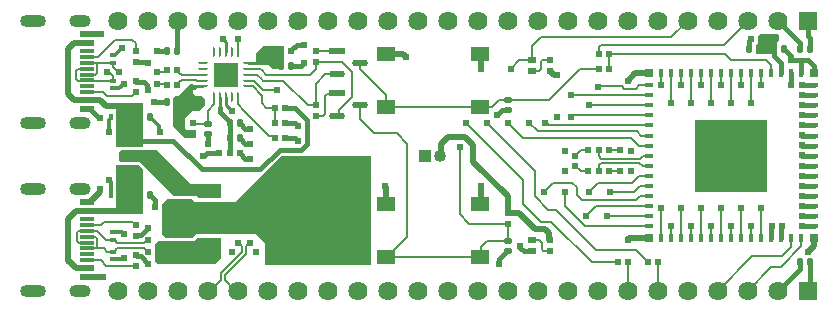
<source format=gtl>
G04*
G04 #@! TF.GenerationSoftware,Altium Limited,Altium Designer,24.5.1 (21)*
G04*
G04 Layer_Physical_Order=1*
G04 Layer_Color=255*
%FSLAX25Y25*%
%MOIN*%
G70*
G04*
G04 #@! TF.SameCoordinates,768C5CE1-1E73-4EAB-B0B2-AB3AEEDBA731*
G04*
G04*
G04 #@! TF.FilePolarity,Positive*
G04*
G01*
G75*
%ADD11C,0.00600*%
%ADD16R,0.02126X0.02362*%
%ADD17R,0.02362X0.02126*%
G04:AMPARAMS|DCode=18|XSize=23.62mil|YSize=21.26mil|CornerRadius=5.63mil|HoleSize=0mil|Usage=FLASHONLY|Rotation=270.000|XOffset=0mil|YOffset=0mil|HoleType=Round|Shape=RoundedRectangle|*
%AMROUNDEDRECTD18*
21,1,0.02362,0.00999,0,0,270.0*
21,1,0.01235,0.02126,0,0,270.0*
1,1,0.01127,-0.00500,-0.00618*
1,1,0.01127,-0.00500,0.00618*
1,1,0.01127,0.00500,0.00618*
1,1,0.01127,0.00500,-0.00618*
%
%ADD18ROUNDEDRECTD18*%
%ADD19R,0.04528X0.01181*%
%ADD20R,0.04528X0.02362*%
%ADD21R,0.01378X0.02362*%
%ADD22R,0.02362X0.01378*%
G04:AMPARAMS|DCode=23|XSize=23.62mil|YSize=21.26mil|CornerRadius=5.63mil|HoleSize=0mil|Usage=FLASHONLY|Rotation=180.000|XOffset=0mil|YOffset=0mil|HoleType=Round|Shape=RoundedRectangle|*
%AMROUNDEDRECTD23*
21,1,0.02362,0.00999,0,0,180.0*
21,1,0.01235,0.02126,0,0,180.0*
1,1,0.01127,-0.00618,0.00500*
1,1,0.01127,0.00618,0.00500*
1,1,0.01127,0.00618,-0.00500*
1,1,0.01127,-0.00618,-0.00500*
%
%ADD23ROUNDEDRECTD23*%
%ADD24R,0.03150X0.03150*%
%ADD25R,0.01575X0.03150*%
%ADD26R,0.03150X0.01575*%
%ADD27R,0.04724X0.04724*%
G04:AMPARAMS|DCode=28|XSize=53.43mil|YSize=22.53mil|CornerRadius=11.26mil|HoleSize=0mil|Usage=FLASHONLY|Rotation=0.000|XOffset=0mil|YOffset=0mil|HoleType=Round|Shape=RoundedRectangle|*
%AMROUNDEDRECTD28*
21,1,0.05343,0.00000,0,0,0.0*
21,1,0.03091,0.02253,0,0,0.0*
1,1,0.02253,0.01545,0.00000*
1,1,0.02253,-0.01545,0.00000*
1,1,0.02253,-0.01545,0.00000*
1,1,0.02253,0.01545,0.00000*
%
%ADD28ROUNDEDRECTD28*%
%ADD29R,0.05343X0.02253*%
%ADD30R,0.02756X0.02362*%
G04:AMPARAMS|DCode=31|XSize=9.55mil|YSize=33.06mil|CornerRadius=4.77mil|HoleSize=0mil|Usage=FLASHONLY|Rotation=270.000|XOffset=0mil|YOffset=0mil|HoleType=Round|Shape=RoundedRectangle|*
%AMROUNDEDRECTD31*
21,1,0.00955,0.02351,0,0,270.0*
21,1,0.00000,0.03306,0,0,270.0*
1,1,0.00955,-0.01176,0.00000*
1,1,0.00955,-0.01176,0.00000*
1,1,0.00955,0.01176,0.00000*
1,1,0.00955,0.01176,0.00000*
%
%ADD31ROUNDEDRECTD31*%
G04:AMPARAMS|DCode=32|XSize=33.06mil|YSize=9.55mil|CornerRadius=4.77mil|HoleSize=0mil|Usage=FLASHONLY|Rotation=270.000|XOffset=0mil|YOffset=0mil|HoleType=Round|Shape=RoundedRectangle|*
%AMROUNDEDRECTD32*
21,1,0.03306,0.00000,0,0,270.0*
21,1,0.02351,0.00955,0,0,270.0*
1,1,0.00955,0.00000,-0.01176*
1,1,0.00955,0.00000,0.01176*
1,1,0.00955,0.00000,0.01176*
1,1,0.00955,0.00000,-0.01176*
%
%ADD32ROUNDEDRECTD32*%
%ADD33R,0.00955X0.03306*%
%ADD34R,0.06102X0.05118*%
G04:AMPARAMS|DCode=35|XSize=35.43mil|YSize=68.9mil|CornerRadius=1.95mil|HoleSize=0mil|Usage=FLASHONLY|Rotation=90.000|XOffset=0mil|YOffset=0mil|HoleType=Round|Shape=RoundedRectangle|*
%AMROUNDEDRECTD35*
21,1,0.03543,0.06500,0,0,90.0*
21,1,0.03154,0.06890,0,0,90.0*
1,1,0.00390,0.03250,0.01577*
1,1,0.00390,0.03250,-0.01577*
1,1,0.00390,-0.03250,-0.01577*
1,1,0.00390,-0.03250,0.01577*
%
%ADD35ROUNDEDRECTD35*%
G04:AMPARAMS|DCode=36|XSize=125.98mil|YSize=68.9mil|CornerRadius=2.07mil|HoleSize=0mil|Usage=FLASHONLY|Rotation=90.000|XOffset=0mil|YOffset=0mil|HoleType=Round|Shape=RoundedRectangle|*
%AMROUNDEDRECTD36*
21,1,0.12598,0.06476,0,0,90.0*
21,1,0.12185,0.06890,0,0,90.0*
1,1,0.00413,0.03238,0.06093*
1,1,0.00413,0.03238,-0.06093*
1,1,0.00413,-0.03238,-0.06093*
1,1,0.00413,-0.03238,0.06093*
%
%ADD36ROUNDEDRECTD36*%
%ADD48R,0.08071X0.08071*%
G04:AMPARAMS|DCode=53|XSize=39.37mil|YSize=70.87mil|CornerRadius=19.68mil|HoleSize=0mil|Usage=FLASHONLY|Rotation=270.000|XOffset=0mil|YOffset=0mil|HoleType=Round|Shape=RoundedRectangle|*
%AMROUNDEDRECTD53*
21,1,0.03937,0.03150,0,0,270.0*
21,1,0.00000,0.07087,0,0,270.0*
1,1,0.03937,-0.01575,0.00000*
1,1,0.03937,-0.01575,0.00000*
1,1,0.03937,0.01575,0.00000*
1,1,0.03937,0.01575,0.00000*
%
%ADD53ROUNDEDRECTD53*%
G04:AMPARAMS|DCode=54|XSize=39.37mil|YSize=86.61mil|CornerRadius=19.68mil|HoleSize=0mil|Usage=FLASHONLY|Rotation=270.000|XOffset=0mil|YOffset=0mil|HoleType=Round|Shape=RoundedRectangle|*
%AMROUNDEDRECTD54*
21,1,0.03937,0.04724,0,0,270.0*
21,1,0.00000,0.08661,0,0,270.0*
1,1,0.03937,-0.02362,0.00000*
1,1,0.03937,-0.02362,0.00000*
1,1,0.03937,0.02362,0.00000*
1,1,0.03937,0.02362,0.00000*
%
%ADD54ROUNDEDRECTD54*%
%ADD58R,0.01575X0.01575*%
%ADD59C,0.01500*%
%ADD60C,0.02000*%
%ADD61C,0.01200*%
%ADD62C,0.01001*%
%ADD63C,0.00603*%
%ADD64R,0.04000X0.04000*%
%ADD65C,0.04000*%
%ADD66R,0.06400X0.06400*%
%ADD67C,0.06400*%
%ADD68R,0.04000X0.04000*%
%ADD69C,0.02400*%
G36*
X255500Y90000D02*
Y88500D01*
X254900Y87900D01*
Y84000D01*
X247600D01*
X247600Y86600D01*
X248500Y87500D01*
Y90000D01*
X249000Y90500D01*
X255000D01*
X255500Y90000D01*
D02*
G37*
G36*
X90400Y78800D02*
X86700D01*
X85000Y80500D01*
X81000D01*
Y84000D01*
X83500Y86500D01*
X90400D01*
Y78800D01*
D02*
G37*
G36*
X60000Y71000D02*
X61000Y70000D01*
X63000D01*
X64000Y69000D01*
Y67000D01*
X62000Y65000D01*
X60000D01*
X57400Y62400D01*
Y59000D01*
X58000Y58400D01*
X61200D01*
Y56000D01*
X57500D01*
X53500Y60000D01*
X53500Y68300D01*
X53500Y69200D01*
X54200Y69900D01*
X55100D01*
X59000Y73800D01*
X60000D01*
Y71000D01*
D02*
G37*
G36*
X43400Y53020D02*
X36000D01*
X35901Y53000D01*
X34500D01*
Y67500D01*
X43400D01*
Y53020D01*
D02*
G37*
G36*
X251500Y38000D02*
X227500D01*
Y62000D01*
X251500D01*
Y38000D01*
D02*
G37*
G36*
X59500Y40500D02*
X69500D01*
Y36000D01*
X62000D01*
X61400Y36600D01*
X53900D01*
X42500Y48000D01*
X36000D01*
X35300Y48700D01*
Y51300D01*
X36000Y52000D01*
X48000D01*
X59500Y40500D01*
D02*
G37*
G36*
X119500Y13500D02*
X84000D01*
Y21000D01*
X81000Y24000D01*
X61000D01*
X59600Y22600D01*
X50900D01*
X49700Y23800D01*
Y33700D01*
X51400Y35400D01*
X59700D01*
X60600Y34500D01*
X74000Y34500D01*
X83691Y44191D01*
X83762Y44238D01*
X89523Y50000D01*
X119500D01*
Y13500D01*
D02*
G37*
G36*
X36000Y46980D02*
X42020D01*
X43400Y45600D01*
Y30400D01*
X34500D01*
Y47000D01*
X35901D01*
X36000Y46980D01*
D02*
G37*
G36*
X69500Y16000D02*
X67500Y14000D01*
X48500D01*
X47500Y15000D01*
Y20500D01*
X48400Y21400D01*
X60400D01*
X61500Y22500D01*
X69500D01*
Y16000D01*
D02*
G37*
D11*
X237000Y87000D02*
X245000Y95000D01*
X196000Y87000D02*
X237000D01*
X195299Y86299D02*
X196000Y87000D01*
X176000Y28000D02*
X179500D01*
X193000Y14500D02*
X201799D01*
X179500Y28000D02*
X193000Y14500D01*
X181000Y32000D02*
X194500Y18500D01*
X207799D01*
X178500Y32000D02*
X181000D01*
X174000Y36500D02*
X178500Y32000D01*
X158000Y61000D02*
X174000Y45000D01*
Y36500D02*
Y45000D01*
X195299Y84000D02*
Y86299D01*
X177500Y61000D02*
X177825D01*
X178786Y60039D02*
X211945D01*
X177825Y61000D02*
X178786Y60039D01*
X90829Y77000D02*
X90829Y77000D01*
X84500Y77000D02*
X90829D01*
X83000Y78500D02*
X84500Y77000D01*
X99000Y77000D02*
X101000Y79000D01*
X90829Y77000D02*
X99000D01*
X176313Y18885D02*
X176899Y18299D01*
X179000D01*
X176313Y18885D02*
Y20986D01*
X173000Y21870D02*
X175429D01*
X176313Y20986D01*
X170000Y34000D02*
X176000Y28000D01*
X170000Y34000D02*
Y42000D01*
X78541Y75032D02*
X80468D01*
X83500Y72000D01*
X88000D01*
X83000Y75500D02*
X83500Y75000D01*
X90000D01*
X81523Y76977D02*
X83000Y75500D01*
X78565Y76977D02*
X81523D01*
X82531Y78969D02*
X83000Y78500D01*
X78541Y78969D02*
X82531D01*
X74937Y84541D02*
X74960Y84564D01*
Y88960D02*
X75000Y89000D01*
X74960Y84564D02*
Y88960D01*
X84000Y84000D02*
X84379D01*
X85379Y85000D02*
X89299D01*
X84379Y84000D02*
X85379Y85000D01*
X30213Y71102D02*
X31315Y70000D01*
X39701D02*
X40319Y70618D01*
X31315Y70000D02*
X39701D01*
X40319Y70736D02*
X40882Y71299D01*
X40319Y70618D02*
Y70736D01*
X40882Y71299D02*
X41000D01*
X24764Y71102D02*
X30213D01*
X39714Y88700D02*
X41000Y87414D01*
Y84701D02*
Y87414D01*
X28413Y82913D02*
X31000Y85500D01*
X34200Y88700D01*
X24764Y82913D02*
X28413D01*
X34200Y88700D02*
X39714D01*
X170000Y56000D02*
X206000D01*
X208653Y53347D02*
X211945D01*
X206000Y56000D02*
X208653Y53347D01*
X209307Y56693D02*
X211945D01*
X207961Y58039D02*
X209307Y56693D01*
X174961Y58039D02*
X207961D01*
X29382Y15118D02*
X31248Y13252D01*
X40953D01*
X24764Y15118D02*
X29382D01*
X31000Y28000D02*
X39701D01*
X29429Y26929D02*
X30500Y28000D01*
X31000D01*
X39701D02*
X40319Y27382D01*
X40882Y26701D02*
X41000D01*
X40319Y27264D02*
Y27382D01*
Y27264D02*
X40882Y26701D01*
X24764Y26929D02*
X29429D01*
X149000Y30500D02*
Y53000D01*
X152201Y27299D02*
X165000D01*
X149000Y30500D02*
X152201Y27299D01*
X165000Y21693D02*
Y27299D01*
X158193Y21693D02*
X165000D01*
X156000Y19500D02*
X158193Y21693D01*
X155650Y16142D02*
X156000Y16492D01*
Y19500D01*
X124843Y16142D02*
X155650D01*
X124350D02*
X124843D01*
X131500Y22799D02*
Y54000D01*
X124843Y16142D02*
X131500Y22799D01*
X128000Y57500D02*
X131500Y54000D01*
X120500Y57500D02*
X128000D01*
X115742Y62258D02*
X120500Y57500D01*
X115742Y62258D02*
Y67000D01*
X178693Y68693D02*
X189000Y79000D01*
X195299D01*
X165000Y68693D02*
X178693D01*
X155650Y66142D02*
X159642D01*
X162193Y68693D01*
X165000D01*
X124350Y66142D02*
X155650D01*
X124350D02*
Y70150D01*
X115742Y78758D02*
Y81000D01*
Y78758D02*
X124350Y70150D01*
X104671Y70671D02*
X108189D01*
X104000Y64000D02*
Y70000D01*
X108189Y70671D02*
X108258Y70740D01*
X104000Y70000D02*
X104671Y70671D01*
X103299Y63299D02*
X104000Y64000D01*
X101000Y63299D02*
X103299D01*
X101000Y74000D02*
X104260Y77260D01*
X108258D01*
X101000Y66701D02*
Y74000D01*
X98299Y66701D02*
X101000D01*
X90000Y75000D02*
X98299Y66701D01*
X78541Y77000D02*
X78565Y76977D01*
X83000Y67500D02*
Y70000D01*
X79937Y73063D02*
X83000Y70000D01*
X78541Y73063D02*
X79937D01*
X108258Y63260D02*
X108737Y63739D01*
Y65300D01*
X113000Y69563D01*
X109701Y81299D02*
X113000Y78000D01*
Y69563D02*
Y78000D01*
X101000Y81299D02*
X109701D01*
X101000Y79000D02*
Y81299D01*
Y84701D02*
X101020Y84720D01*
X108238D01*
X108258Y84740D01*
X252890Y77559D02*
Y80110D01*
X239500Y82000D02*
X251000D01*
X252890Y80110D01*
X198701Y84000D02*
X237500D01*
X239500Y82000D01*
X198701Y79000D02*
Y84000D01*
X176000Y89500D02*
X219500D01*
X173000Y86500D02*
X176000Y89500D01*
X219500D02*
X225000Y95000D01*
X165000Y61000D02*
X170000Y56000D01*
X60004Y60697D02*
X64996D01*
X60000Y60701D02*
X60004Y60697D01*
X64996D02*
X65000Y60693D01*
Y65000D01*
X67040Y67040D01*
Y69436D01*
X67063Y69459D01*
X85467Y56533D02*
X86766D01*
X74960Y67040D02*
X77000Y65000D01*
X85467Y56533D01*
X74960Y67040D02*
Y69436D01*
X86766Y56533D02*
X87299Y56000D01*
X74937Y69459D02*
X74960Y69436D01*
X83000Y67500D02*
X84500Y66000D01*
X87299D01*
Y61000D02*
Y66000D01*
X215100Y14400D02*
X215201Y14500D01*
X215100Y5100D02*
Y14400D01*
X215000Y5000D02*
X215100Y5100D01*
X205000Y5000D02*
X205100Y5100D01*
Y14400D02*
X205201Y14500D01*
X205100Y5100D02*
Y14400D01*
X151000Y61000D02*
X170000Y42000D01*
X211236Y15181D02*
X211799Y14618D01*
X211118Y15181D02*
X211236D01*
X207799Y18500D02*
X211118Y15181D01*
X211799Y14500D02*
Y14618D01*
X172000Y61000D02*
X174961Y58039D01*
X186000Y63000D02*
X186386Y63386D01*
X211945D01*
X192000Y67000D02*
X192268Y66732D01*
X211945D01*
X186079Y70079D02*
X211945D01*
X186000Y70000D02*
X186079Y70079D01*
X195091Y73091D02*
X203091D01*
X195000Y73000D02*
X195091Y73091D01*
X203091D02*
X203882Y72300D01*
X207622D01*
X208748Y73425D02*
X211945D01*
X207622Y72300D02*
X208748Y73425D01*
X173000Y81870D02*
Y86500D01*
X176000Y78716D02*
Y81115D01*
X176586Y81701D02*
X179000D01*
X173000Y78130D02*
X175414D01*
X176000Y78716D01*
Y81115D02*
X176586Y81701D01*
X168870Y81870D02*
X173000D01*
X166000Y79000D02*
X168870Y81870D01*
X206500Y41000D02*
X208807Y43307D01*
X195000Y41000D02*
X206500D01*
X192000Y38000D02*
X195000Y41000D01*
X208807Y43307D02*
X211945D01*
X208961Y39961D02*
X211945D01*
X199000Y38000D02*
X207000D01*
X208961Y39961D01*
X177000Y38000D02*
X180000Y41000D01*
X186500D01*
X188000Y39500D01*
Y37000D02*
Y39500D01*
X189732Y35268D02*
X207768D01*
X188000Y37000D02*
X189732Y35268D01*
X209114Y36614D02*
X211945D01*
X207768Y35268D02*
X209114Y36614D01*
X184000Y33182D02*
Y38000D01*
Y33182D02*
X190607Y26575D01*
X211945D01*
X194268Y33268D02*
X211945D01*
X191000Y30000D02*
X194268Y33268D01*
X198000Y30000D02*
X198079Y29921D01*
X211945D01*
X235000Y5000D02*
X246500Y16500D01*
X256500D01*
X259583Y19583D02*
Y22441D01*
X256500Y16500D02*
X259583Y19583D01*
X245000Y5000D02*
X252846Y12846D01*
X256028D01*
X262929Y19748D01*
Y22441D01*
X246197Y67504D02*
Y77559D01*
X216079Y73543D02*
Y77559D01*
Y22441D02*
Y32496D01*
X246197Y22441D02*
Y26457D01*
X249543Y22441D02*
Y32496D01*
X239504Y22441D02*
Y26457D01*
X242850Y22441D02*
Y32496D01*
X232811Y22441D02*
Y26457D01*
X236157Y22441D02*
Y32496D01*
X226118Y22441D02*
Y26457D01*
X229465Y22441D02*
Y32496D01*
X219425Y22441D02*
Y26457D01*
X222772Y22441D02*
Y32496D01*
Y73543D02*
Y77559D01*
X219425Y67504D02*
Y77559D01*
X229465Y73543D02*
Y77559D01*
X226118Y67504D02*
Y77559D01*
X236157Y73543D02*
Y77559D01*
X232811Y67504D02*
Y77559D01*
X239500Y67500D02*
X239504Y67504D01*
Y77559D01*
X242850Y73543D02*
Y77559D01*
X249543Y73543D02*
Y77559D01*
X249500Y73500D02*
X249543Y73543D01*
D16*
X191898Y51800D02*
D03*
X195299D02*
D03*
X198701D02*
D03*
X195299D02*
D03*
Y44800D02*
D03*
X191898D02*
D03*
X198701D02*
D03*
X195299D02*
D03*
X72299Y51000D02*
D03*
X68898D02*
D03*
X72299D02*
D03*
X75701D02*
D03*
X51299Y78500D02*
D03*
X54701D02*
D03*
X51299Y73500D02*
D03*
X54701D02*
D03*
X198701Y84000D02*
D03*
X195299D02*
D03*
X211799Y14500D02*
D03*
X215201D02*
D03*
X201799D02*
D03*
X205201D02*
D03*
X90701Y66000D02*
D03*
X87299D02*
D03*
X90701Y56000D02*
D03*
X87299D02*
D03*
X89299Y85000D02*
D03*
X92701D02*
D03*
X90701Y61000D02*
D03*
X87299D02*
D03*
X198701Y79000D02*
D03*
X195299D02*
D03*
D17*
X179000Y18299D02*
D03*
Y21701D02*
D03*
X101000Y84701D02*
D03*
Y81299D02*
D03*
X165000Y30701D02*
D03*
Y27299D02*
D03*
X101000Y63299D02*
D03*
Y66701D02*
D03*
X41000Y13299D02*
D03*
Y16701D02*
D03*
Y26701D02*
D03*
Y23299D02*
D03*
Y84701D02*
D03*
Y81299D02*
D03*
Y71299D02*
D03*
Y74701D02*
D03*
X60000Y60701D02*
D03*
Y57299D02*
D03*
X179000Y78299D02*
D03*
Y81701D02*
D03*
D18*
X75693Y61000D02*
D03*
X72307D02*
D03*
Y56000D02*
D03*
X75693D02*
D03*
X51307Y85000D02*
D03*
X54693D02*
D03*
X42307Y63000D02*
D03*
X45693D02*
D03*
X262307Y14500D02*
D03*
X265693D02*
D03*
X262307Y85500D02*
D03*
X265693D02*
D03*
X92693Y80000D02*
D03*
X89307D02*
D03*
X51307Y68000D02*
D03*
X54693D02*
D03*
X45693Y37000D02*
D03*
X42307D02*
D03*
X245307Y85500D02*
D03*
X248693D02*
D03*
X253807D02*
D03*
X257193D02*
D03*
D19*
X24764Y84882D02*
D03*
Y82913D02*
D03*
Y80945D02*
D03*
Y78976D02*
D03*
Y77008D02*
D03*
Y75039D02*
D03*
Y73071D02*
D03*
Y71102D02*
D03*
Y15118D02*
D03*
Y17087D02*
D03*
Y19055D02*
D03*
Y21024D02*
D03*
Y22992D02*
D03*
Y24961D02*
D03*
Y26929D02*
D03*
Y28898D02*
D03*
D20*
Y68543D02*
D03*
Y87441D02*
D03*
Y90591D02*
D03*
Y65394D02*
D03*
Y9409D02*
D03*
Y34606D02*
D03*
Y31457D02*
D03*
Y12559D02*
D03*
D21*
X35280Y63000D02*
D03*
X32721D02*
D03*
Y37000D02*
D03*
X35280D02*
D03*
D22*
X33500Y81000D02*
D03*
Y83559D02*
D03*
Y75000D02*
D03*
Y72441D02*
D03*
Y24559D02*
D03*
Y22000D02*
D03*
Y15441D02*
D03*
Y18000D02*
D03*
D23*
X65000Y60693D02*
D03*
Y57307D02*
D03*
X58000Y37693D02*
D03*
Y34307D02*
D03*
Y23693D02*
D03*
Y20307D02*
D03*
X53000D02*
D03*
Y23693D02*
D03*
X165000Y18307D02*
D03*
Y21693D02*
D03*
Y68693D02*
D03*
Y65307D02*
D03*
D24*
X267063Y77559D02*
D03*
X211945D02*
D03*
X267063Y22441D02*
D03*
X211945D02*
D03*
D25*
X262929Y77559D02*
D03*
X259583D02*
D03*
X256236D02*
D03*
X252890D02*
D03*
X249543D02*
D03*
X246197D02*
D03*
X242850D02*
D03*
X239504D02*
D03*
X236157D02*
D03*
X232811D02*
D03*
X229465D02*
D03*
X226118D02*
D03*
X222772D02*
D03*
X219425D02*
D03*
X216079D02*
D03*
Y22441D02*
D03*
X219425D02*
D03*
X222772D02*
D03*
X226118D02*
D03*
X229465D02*
D03*
X232811D02*
D03*
X236157D02*
D03*
X239504D02*
D03*
X242850D02*
D03*
X246197D02*
D03*
X249543D02*
D03*
X252890D02*
D03*
X256236D02*
D03*
X259583D02*
D03*
X262929D02*
D03*
D26*
X211945Y73425D02*
D03*
Y70079D02*
D03*
Y66732D02*
D03*
Y63386D02*
D03*
Y60039D02*
D03*
Y56693D02*
D03*
Y53347D02*
D03*
Y50000D02*
D03*
Y46654D02*
D03*
Y43307D02*
D03*
Y39961D02*
D03*
Y36614D02*
D03*
Y33268D02*
D03*
Y29921D02*
D03*
Y26575D02*
D03*
X267063D02*
D03*
Y29921D02*
D03*
Y33268D02*
D03*
Y36614D02*
D03*
Y39961D02*
D03*
Y43307D02*
D03*
Y46654D02*
D03*
Y50000D02*
D03*
Y53347D02*
D03*
Y56693D02*
D03*
Y60039D02*
D03*
Y63386D02*
D03*
Y66732D02*
D03*
Y70079D02*
D03*
Y73425D02*
D03*
D27*
X239504Y50000D02*
D03*
X246000D02*
D03*
Y43504D02*
D03*
X239504D02*
D03*
X233008D02*
D03*
Y50000D02*
D03*
Y56496D02*
D03*
X239504D02*
D03*
D28*
X115742Y67000D02*
D03*
X108258Y63260D02*
D03*
X115742Y81000D02*
D03*
X108258Y77260D02*
D03*
D29*
Y70740D02*
D03*
Y84740D02*
D03*
D30*
X173000Y78130D02*
D03*
Y81870D02*
D03*
Y18130D02*
D03*
Y21870D02*
D03*
D31*
X78541Y80937D02*
D03*
Y78969D02*
D03*
Y77000D02*
D03*
Y75032D02*
D03*
Y73063D02*
D03*
X63459D02*
D03*
Y75032D02*
D03*
Y77000D02*
D03*
Y78969D02*
D03*
Y80937D02*
D03*
D32*
X74937Y69459D02*
D03*
X72969D02*
D03*
X71000D02*
D03*
X69032D02*
D03*
X67063D02*
D03*
Y84541D02*
D03*
X69032D02*
D03*
X71000D02*
D03*
X72969D02*
D03*
D33*
X74937D02*
D03*
D34*
X124350Y83858D02*
D03*
X155650D02*
D03*
X124350Y66142D02*
D03*
X155650D02*
D03*
X124350Y33858D02*
D03*
X155650D02*
D03*
X124350Y16142D02*
D03*
X155650D02*
D03*
D35*
X65697Y38055D02*
D03*
Y29000D02*
D03*
Y19945D02*
D03*
D36*
X90303Y29000D02*
D03*
D48*
X71000Y77000D02*
D03*
D53*
X22500Y60984D02*
D03*
Y95000D02*
D03*
Y39016D02*
D03*
Y5000D02*
D03*
D54*
X6752Y60984D02*
D03*
Y95000D02*
D03*
Y39016D02*
D03*
Y5000D02*
D03*
D58*
X246000Y56496D02*
D03*
D59*
X82500Y45500D02*
X89000Y52000D01*
X96172D01*
X63000Y45500D02*
X82500D01*
X96172Y52000D02*
X98000Y53828D01*
Y62000D01*
X53500Y55000D02*
X63000Y45500D01*
X37500Y55000D02*
X53500D01*
X56000Y64000D02*
X59000Y67000D01*
X60000Y68000D01*
X62500D01*
X54693Y68118D02*
X59575Y73000D01*
X60500D01*
X248693Y85500D02*
Y85618D01*
X249006Y85931D01*
X249121D01*
X250000Y86810D02*
Y89000D01*
X249121Y85931D02*
X250000Y86810D01*
X253807Y83193D02*
X256236Y80764D01*
X253807Y83193D02*
Y88807D01*
X256236Y77559D02*
Y80764D01*
X54693Y65307D02*
X56000Y64000D01*
X54693Y65307D02*
Y68000D01*
X56000Y59000D02*
Y64000D01*
X63500Y50000D02*
X63744D01*
X64744Y51000D02*
X68898D01*
X63744Y50000D02*
X64744Y51000D01*
X94000Y66000D02*
X98000Y62000D01*
X90701Y66000D02*
X94000D01*
X25846Y65394D02*
X28740Y62500D01*
X29000D01*
X24764Y65394D02*
X25846D01*
X41063Y74637D02*
X43863D01*
X44828Y72190D02*
Y73672D01*
X43863Y74637D02*
X44828Y73672D01*
X41000Y74701D02*
X41063Y74637D01*
X44828Y72190D02*
X45000Y72018D01*
X41000Y81299D02*
X44701D01*
X45000Y81000D01*
X42630Y16388D02*
X45000Y14018D01*
X41118Y16701D02*
X41431Y16388D01*
X41000Y16701D02*
X41118D01*
X41431Y16388D02*
X42630D01*
X41000Y23299D02*
X41313Y23612D01*
X42630D02*
X45000Y25982D01*
X41313Y23612D02*
X42630D01*
X45000Y25982D02*
Y26000D01*
X45693Y36882D02*
X47500Y35075D01*
X45693Y36882D02*
Y37000D01*
X47500Y33000D02*
Y35075D01*
X53000Y16000D02*
Y20307D01*
X58000D01*
X58307Y20000D02*
X65642D01*
X58000Y20307D02*
X58307Y20000D01*
X65642D02*
X65697Y19945D01*
X86647Y80000D02*
X89307D01*
X85710Y80937D02*
X86647Y80000D01*
X89303Y80122D02*
Y84996D01*
X89299Y85000D02*
X89303Y84996D01*
X57637Y57363D02*
X59937D01*
X60000Y57299D01*
X56000Y59000D02*
X57637Y57363D01*
X54693Y94693D02*
X55000Y95000D01*
X54693Y85000D02*
Y94693D01*
X48000Y85000D02*
X51307D01*
X47000Y68000D02*
X51307D01*
X72303Y55996D02*
X72307Y56000D01*
X72303Y51004D02*
Y55996D01*
X72299Y51000D02*
X72303Y51004D01*
X72307Y56000D02*
Y61000D01*
X69000Y64425D02*
Y66000D01*
X72307Y61000D02*
Y61118D01*
X69000Y64425D02*
X72307Y61118D01*
X65000Y54000D02*
Y57307D01*
X75701Y50882D02*
X77583Y49000D01*
X79000D01*
X75701Y50882D02*
Y51000D01*
X75693Y55882D02*
Y56000D01*
Y55882D02*
X77575Y54000D01*
X79000D01*
X75693Y60882D02*
X77575Y59000D01*
X79000D01*
X75693Y60882D02*
Y61000D01*
X90701Y56000D02*
X94000D01*
X95000Y55000D01*
X90701Y61000D02*
X94000D01*
X95000Y60000D01*
X93014Y85431D02*
X93132D01*
X94701Y87000D01*
X92701Y85000D02*
Y85118D01*
X93014Y85431D01*
X94701Y87000D02*
X97000D01*
X96000Y80000D02*
X97000Y81000D01*
X92693Y80000D02*
X96000D01*
X161500Y63500D02*
X163105Y65105D01*
X164798D01*
X165000Y65307D01*
X162000Y15425D02*
X164882Y18307D01*
X162000Y14000D02*
Y15425D01*
X164882Y18307D02*
X165000D01*
X172930Y18200D02*
X173000Y18130D01*
X169172Y19356D02*
X170329Y18200D01*
X169000Y20000D02*
X169172Y19828D01*
X170329Y18200D02*
X172930D01*
X169172Y19356D02*
Y19828D01*
X255000Y5000D02*
X262307Y12307D01*
Y14500D01*
X265693Y5693D02*
Y14500D01*
X265000Y5000D02*
X265693Y5693D01*
X253807Y88807D02*
X254000Y89000D01*
X245307Y85500D02*
Y88307D01*
X246000Y89000D01*
X262307Y85500D02*
Y87693D01*
X255000Y95000D02*
X262307Y87693D01*
X265000Y90000D02*
X265693Y89307D01*
Y85500D02*
Y89307D01*
X265000Y90000D02*
Y95000D01*
X263000Y82000D02*
X265000D01*
X259500D02*
X263000D01*
X262929Y81929D02*
X263000Y82000D01*
X262929Y77559D02*
Y81929D01*
X265000Y82000D02*
X267000Y80000D01*
Y77622D02*
X267063Y77559D01*
X267000Y77622D02*
Y80000D01*
X257193Y85382D02*
Y85500D01*
Y85382D02*
X259500Y83075D01*
Y82000D02*
Y83075D01*
X263047Y43307D02*
X267063D01*
X263047Y46654D02*
X267063D01*
X263047Y50000D02*
X267063D01*
X263047Y53347D02*
X267063D01*
X263047Y56693D02*
X267063D01*
X263047Y60039D02*
X267063D01*
X263047Y63386D02*
X267063D01*
X263047Y66732D02*
X267063D01*
X263047Y70079D02*
X267063D01*
X263047Y73425D02*
X267063D01*
X259583Y73543D02*
Y77559D01*
X256236Y22441D02*
Y26457D01*
X252890Y22441D02*
Y26457D01*
X263047Y26575D02*
X267063D01*
X263047Y29921D02*
X267063D01*
X263047Y33268D02*
X267063D01*
X263047Y36614D02*
X267063D01*
X263047Y39961D02*
X267063D01*
D60*
X53000Y16000D02*
X57000D01*
X49000D02*
X53000D01*
X236200Y46800D02*
X236304D01*
X239504Y50000D01*
X153500Y48000D02*
Y53500D01*
X150800Y56200D02*
X153500Y53500D01*
X145200Y56200D02*
X150800D01*
X165000Y30701D02*
Y36500D01*
X153500Y48000D02*
X165000Y36500D01*
X142883Y53883D02*
X145200Y56200D01*
X142883Y50383D02*
Y53883D01*
X174000Y25500D02*
X177500D01*
X178906Y21764D02*
X178969Y21701D01*
X177500Y25500D02*
X178906Y24094D01*
X178969Y21701D02*
X179000D01*
X178906Y21764D02*
Y24094D01*
X165000Y30701D02*
X168799D01*
X174000Y25500D01*
X142500Y50000D02*
X142883Y50383D01*
X38793Y63000D02*
Y64707D01*
X31000Y66500D02*
X37000D01*
X38793Y64707D01*
X28957Y68543D02*
X31000Y66500D01*
X24764Y68543D02*
X28957D01*
X38793Y59793D02*
Y63000D01*
X37500Y58500D02*
X38793Y59793D01*
X37500Y55000D02*
Y58500D01*
X18500Y70500D02*
X20457Y68543D01*
X24764D01*
X18500Y70500D02*
Y85382D01*
X20559Y87441D01*
X24764D01*
Y90591D02*
X29409D01*
X29500Y90500D01*
X19000Y14500D02*
X20941Y12559D01*
X24764D01*
X18500Y15000D02*
Y29000D01*
X24764Y31457D02*
X36457D01*
X18500Y29000D02*
X20957Y31457D01*
X24764D01*
X18500Y15000D02*
X19000Y14500D01*
X38500Y33500D02*
Y36707D01*
X38793Y37000D01*
X36457Y31457D02*
X38500Y33500D01*
X29000Y37760D02*
Y39000D01*
X24764Y34606D02*
X25846D01*
X29000Y37760D01*
X29909Y9409D02*
X30000Y9500D01*
X24764Y9409D02*
X29909D01*
X53000Y23693D02*
Y27000D01*
X55000Y29000D01*
X51000D02*
X55000D01*
X59000D01*
X58000Y23693D02*
Y27892D01*
Y30108D02*
Y34307D01*
X59000Y29000D02*
X65697D01*
X90303D02*
Y30055D01*
X92748Y32500D01*
X97500D01*
X124000Y40000D02*
X124350Y39650D01*
Y33858D02*
Y39650D01*
Y83858D02*
X130142D01*
X131000Y83000D01*
X156000Y79000D02*
Y83508D01*
X155650Y83858D02*
X156000Y83508D01*
X155650Y33858D02*
X156000Y34209D01*
Y40000D01*
X205000Y22000D02*
X205441Y22441D01*
X211945D01*
X267000Y20000D02*
Y22378D01*
X265000Y18000D02*
X267000Y20000D01*
Y22378D02*
X267063Y22441D01*
X246004Y56492D02*
X250008D01*
X246004Y49996D02*
X250008D01*
X246004Y43500D02*
X250008D01*
X239508Y56500D02*
Y60504D01*
X239500Y39496D02*
Y43500D01*
X229000Y43508D02*
X233004D01*
X229000Y50004D02*
X233004D01*
Y56500D02*
X233008Y56496D01*
X229000Y56500D02*
X233004D01*
X180417Y77000D02*
X181500D01*
X179000Y78299D02*
X179118D01*
X180417Y77000D01*
X207559Y77559D02*
X211945D01*
X205000Y75000D02*
X207559Y77559D01*
D61*
X48770Y58230D02*
X49000Y58000D01*
X45693Y62882D02*
X48770Y59804D01*
Y58230D02*
Y59804D01*
X45693Y62882D02*
Y63000D01*
X58000Y37693D02*
X58181Y37874D01*
X65516D01*
X65697Y38055D01*
X57882Y37693D02*
X58000D01*
X37500Y50000D02*
X45575D01*
X57882Y37693D01*
X38793Y63000D02*
X42307D01*
X35280D02*
X38793D01*
X32000Y61787D02*
X32721Y62508D01*
Y63000D01*
X32000Y58000D02*
Y61787D01*
X36433Y86000D02*
X36500D01*
X33500Y83559D02*
X33992D01*
X36433Y86000D01*
X33537Y72478D02*
X35478D01*
X33500Y72441D02*
X33537Y72478D01*
X35478D02*
X37000Y74000D01*
X38793Y37000D02*
X42307D01*
X35280D02*
X38793D01*
X42307D02*
Y40193D01*
X37500Y45000D02*
X42307Y40193D01*
X32000Y42000D02*
X32721Y41280D01*
Y37000D02*
Y41280D01*
X33500Y24559D02*
X36441D01*
X37000Y24000D01*
X33500Y15441D02*
X36441D01*
X37000Y16000D01*
D62*
X78541Y80937D02*
X85710D01*
X71000Y84541D02*
Y88000D01*
X70000Y89000D02*
X71000Y88000D01*
X60500Y73000D02*
X60563Y73063D01*
X63459D01*
X69000Y66000D02*
X69032Y66031D01*
Y69459D01*
X71023Y66977D02*
Y69436D01*
X71000Y69459D02*
X71023Y69436D01*
Y66977D02*
X73000Y65000D01*
D63*
X24764Y19055D02*
X30445D01*
X27982Y19091D02*
X28000Y19109D01*
Y22500D01*
X27500Y23000D02*
X28000Y22500D01*
X24772Y23000D02*
X27500D01*
X24764Y22992D02*
X24772Y23000D01*
X24783Y75020D02*
X33480D01*
X24764Y75039D02*
X24783Y75020D01*
X33480D02*
X33500Y75000D01*
X28000Y80972D02*
X33472D01*
X24791D02*
X28000D01*
Y77500D02*
Y80972D01*
X27500Y77000D02*
X28000Y77500D01*
X24764Y77008D02*
X24772Y77000D01*
X27500D01*
X24764Y80945D02*
X24791Y80972D01*
X33472D02*
X33500Y81000D01*
X21200Y75700D02*
X21900Y75000D01*
X21200Y78300D02*
X21876Y78976D01*
X21200Y75700D02*
Y78300D01*
X21876Y78976D02*
X24764D01*
X24724Y75000D02*
X24764Y75039D01*
X21900Y75000D02*
X24724D01*
X33500D02*
Y76447D01*
X31947Y78000D02*
X33500Y76447D01*
X31500Y78000D02*
X31947D01*
X35053D02*
X35500D01*
X33500Y79553D02*
X35053Y78000D01*
X33500Y79553D02*
Y81000D01*
X48000Y74000D02*
X50799D01*
X51299Y73500D01*
X50799Y78000D02*
X51299Y78500D01*
X48000Y78000D02*
X50799D01*
X56515Y75314D02*
X60986D01*
X61300Y75000D02*
X63427D01*
X60986Y75314D02*
X61300Y75000D01*
X56484Y76717D02*
X61017D01*
X61300Y77000D01*
X63459D01*
X54701Y73618D02*
X55462Y74380D01*
X63427Y75000D02*
X63459Y75032D01*
X55580Y74380D02*
X56515Y75314D01*
X55462Y77620D02*
X55580D01*
X56484Y76717D01*
X55462Y74380D02*
X55580D01*
X54701Y78382D02*
X55462Y77620D01*
X54701Y78382D02*
Y78500D01*
Y73500D02*
Y73618D01*
X31000Y22000D02*
X33500D01*
X28039Y24961D02*
X31000Y22000D01*
X24764Y24961D02*
X28039D01*
X31500Y18000D02*
X33500D01*
X30445Y19055D02*
X31500Y18000D01*
X21500Y21500D02*
X21976Y21024D01*
X24764D01*
X21500Y21500D02*
Y24500D01*
X22000Y25000D01*
X24724D01*
X24764Y24961D01*
X34733Y20701D02*
X43701D01*
Y19298D02*
X45000Y18000D01*
X34733Y19298D02*
X43701D01*
Y20701D02*
X45000Y22000D01*
X34380Y18387D02*
Y18945D01*
X33500Y18000D02*
X33992D01*
X34380Y18387D01*
Y18945D02*
X34733Y19298D01*
X34380Y21055D02*
Y21612D01*
Y21055D02*
X34733Y20701D01*
X33992Y22000D02*
X34380Y21612D01*
X33500Y22000D02*
X33992D01*
X187500Y46600D02*
X189300Y44800D01*
X191898D01*
X189300Y51800D02*
X191898D01*
X187500Y50000D02*
X189300Y51800D01*
X76298Y17783D02*
Y19702D01*
X70701Y8500D02*
Y10202D01*
X69298Y8500D02*
Y10783D01*
X76298Y17783D01*
X70701Y10202D02*
X77701Y17201D01*
Y19702D01*
X79000Y21000D01*
X75000D02*
X76298Y19702D01*
X70701Y8500D02*
X74202Y5000D01*
X65000D02*
X65798D01*
X74202D02*
X75000D01*
X65798D02*
X69298Y8500D01*
X198701Y44800D02*
X202500D01*
X198701Y51800D02*
X202500D01*
X210000Y46500D02*
X211791D01*
X208875Y47625D02*
X210000Y46500D01*
X196125Y47625D02*
X208875D01*
X209028Y49028D02*
X210000Y50000D01*
X211945D01*
X195972Y49028D02*
X209028D01*
X195299Y49701D02*
Y51800D01*
Y49701D02*
X195972Y49028D01*
X195299Y46799D02*
X196125Y47625D01*
X195299Y44800D02*
Y46799D01*
D64*
X137500Y50000D02*
D03*
D65*
X142500D02*
D03*
X37500Y45000D02*
D03*
Y50000D02*
D03*
D66*
X265000Y5000D02*
D03*
Y95000D02*
D03*
D67*
X255000Y5000D02*
D03*
X245000D02*
D03*
X235000D02*
D03*
X225000D02*
D03*
X215000D02*
D03*
X205000D02*
D03*
X195000D02*
D03*
X185000D02*
D03*
X175000D02*
D03*
X165000D02*
D03*
X155000D02*
D03*
X145000D02*
D03*
X135000D02*
D03*
X125000D02*
D03*
X115000D02*
D03*
X105000D02*
D03*
X95000D02*
D03*
X85000D02*
D03*
X75000D02*
D03*
X65000D02*
D03*
X55000D02*
D03*
X45000D02*
D03*
X35000D02*
D03*
X255000Y95000D02*
D03*
X245000D02*
D03*
X235000D02*
D03*
X225000D02*
D03*
X215000D02*
D03*
X205000D02*
D03*
X195000D02*
D03*
X185000D02*
D03*
X175000D02*
D03*
X165000D02*
D03*
X155000D02*
D03*
X145000D02*
D03*
X135000D02*
D03*
X125000D02*
D03*
X115000D02*
D03*
X105000D02*
D03*
X95000D02*
D03*
X85000D02*
D03*
X75000D02*
D03*
X65000D02*
D03*
X55000D02*
D03*
X45000D02*
D03*
X35000D02*
D03*
D68*
X37500Y55000D02*
D03*
D69*
X177500Y61000D02*
D03*
X181500Y63000D02*
D03*
X75000Y89000D02*
D03*
X84000Y84000D02*
D03*
X62500Y68000D02*
D03*
X49000Y58000D02*
D03*
X63500Y50000D02*
D03*
X29500Y90500D02*
D03*
X32000Y58000D02*
D03*
X29000Y62500D02*
D03*
X45000Y72018D02*
D03*
Y81000D02*
D03*
X36500Y86000D02*
D03*
X37000Y74000D02*
D03*
X31500Y78000D02*
D03*
X35500D02*
D03*
X48000Y74000D02*
D03*
Y78000D02*
D03*
X184000Y51500D02*
D03*
Y45000D02*
D03*
X45000Y22000D02*
D03*
Y18000D02*
D03*
X187500Y46600D02*
D03*
Y50000D02*
D03*
X206000Y45000D02*
D03*
Y51500D02*
D03*
X81000Y18000D02*
D03*
X73000D02*
D03*
X79000Y21000D02*
D03*
X75000D02*
D03*
X202500Y44800D02*
D03*
Y51800D02*
D03*
X32000Y42000D02*
D03*
X29000Y39000D02*
D03*
X47500Y33000D02*
D03*
X45000Y26000D02*
D03*
Y14018D02*
D03*
X37000Y24000D02*
D03*
Y16000D02*
D03*
X30000Y9500D02*
D03*
X49000Y16000D02*
D03*
X53000D02*
D03*
X57000D02*
D03*
X51000Y29000D02*
D03*
X55000D02*
D03*
X59000D02*
D03*
X97500Y47500D02*
D03*
X102500D02*
D03*
X107500D02*
D03*
X112500D02*
D03*
X117500D02*
D03*
X97500Y40000D02*
D03*
X102500D02*
D03*
X107500D02*
D03*
X112500D02*
D03*
X117500D02*
D03*
Y32500D02*
D03*
X112500D02*
D03*
X107500D02*
D03*
X102500D02*
D03*
X97500D02*
D03*
X124000Y40000D02*
D03*
X149000Y53000D02*
D03*
X165000Y61000D02*
D03*
X69000Y75000D02*
D03*
X73000D02*
D03*
Y79000D02*
D03*
X69000D02*
D03*
X70000Y89000D02*
D03*
X48000Y85000D02*
D03*
X47000Y68000D02*
D03*
X65000Y54000D02*
D03*
X79000Y49000D02*
D03*
Y54000D02*
D03*
Y59000D02*
D03*
X73000Y65000D02*
D03*
X95000Y55000D02*
D03*
Y60000D02*
D03*
X158000Y61000D02*
D03*
X151000D02*
D03*
X88000Y72000D02*
D03*
X97000Y87000D02*
D03*
Y81000D02*
D03*
X131000Y83000D02*
D03*
X156000Y79000D02*
D03*
X161500Y63500D02*
D03*
X172000Y61000D02*
D03*
X186000Y63000D02*
D03*
X192000Y67000D02*
D03*
X186079Y70079D02*
D03*
X195000Y73000D02*
D03*
X166000Y79000D02*
D03*
X177000Y38000D02*
D03*
X184000D02*
D03*
X192000D02*
D03*
X199000D02*
D03*
X191000Y30000D02*
D03*
X198000D02*
D03*
X156000Y40000D02*
D03*
X162000Y14000D02*
D03*
X169000Y20000D02*
D03*
X205000Y22000D02*
D03*
X265000Y18000D02*
D03*
X254000Y89000D02*
D03*
X250000D02*
D03*
X246000D02*
D03*
X259500Y82000D02*
D03*
X242800Y46800D02*
D03*
X236200D02*
D03*
X242800Y53200D02*
D03*
X236200D02*
D03*
X250008Y56492D02*
D03*
Y49996D02*
D03*
Y43500D02*
D03*
X239508Y60504D02*
D03*
X239500Y39496D02*
D03*
X229000Y43508D02*
D03*
Y50004D02*
D03*
Y56500D02*
D03*
X259539Y73500D02*
D03*
X263004Y73469D02*
D03*
Y70122D02*
D03*
Y66776D02*
D03*
Y63429D02*
D03*
Y60083D02*
D03*
Y56736D02*
D03*
Y53390D02*
D03*
Y50043D02*
D03*
Y46697D02*
D03*
Y43350D02*
D03*
Y40004D02*
D03*
Y36658D02*
D03*
Y33311D02*
D03*
Y29965D02*
D03*
Y26618D02*
D03*
X181500Y77000D02*
D03*
X205000Y75000D02*
D03*
X246193Y67500D02*
D03*
X256279Y26500D02*
D03*
X252933D02*
D03*
X216035Y73500D02*
D03*
X216083Y32500D02*
D03*
X246240Y26500D02*
D03*
X249547Y32500D02*
D03*
X239547Y26500D02*
D03*
X242854Y32500D02*
D03*
X232854Y26500D02*
D03*
X236161Y32500D02*
D03*
X226161Y26500D02*
D03*
X229468Y32500D02*
D03*
X219468Y26500D02*
D03*
X222776Y32500D02*
D03*
X222728Y73500D02*
D03*
X219421Y67500D02*
D03*
X229421Y73500D02*
D03*
X226114Y67500D02*
D03*
X236114Y73500D02*
D03*
X232807Y67500D02*
D03*
X239500D02*
D03*
X242807Y73500D02*
D03*
X249500D02*
D03*
M02*

</source>
